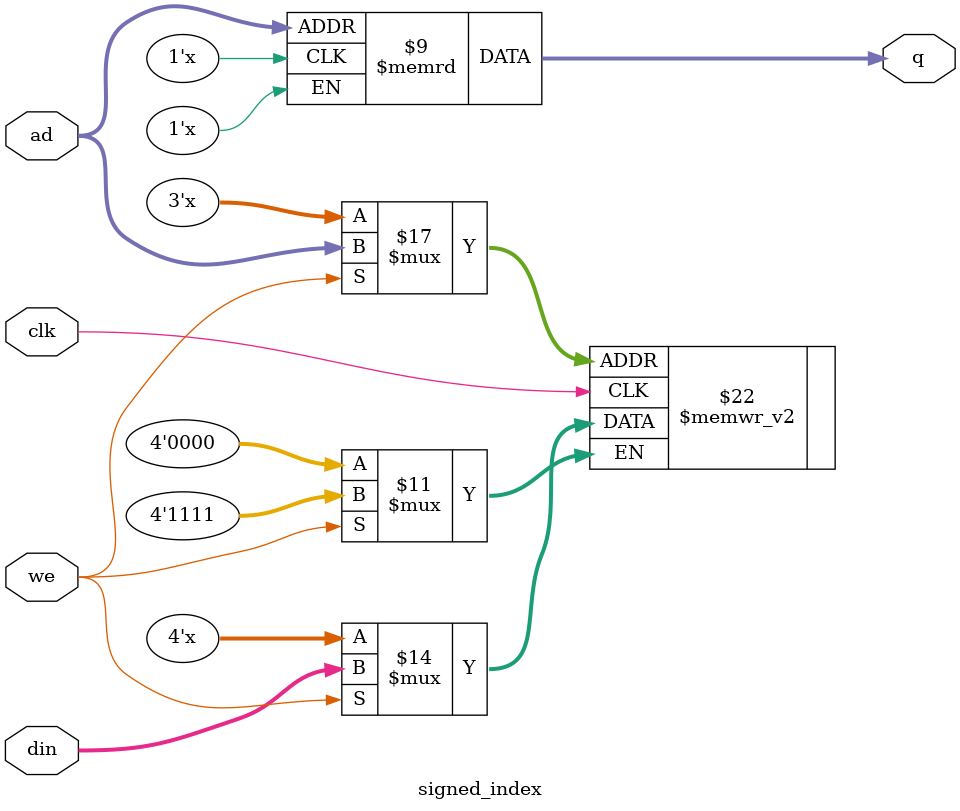
<source format=v>
module signed_index
(
   input clk, we,
   input [3:0] din,
   input signed [2:0] ad,
   output [3:0] q
);
   reg [3:0] ram [3:-4];

   always@(posedge clk)
   if(we)
      ram [ad] <= din;

   assign q = ram[ad];

endmodule

</source>
